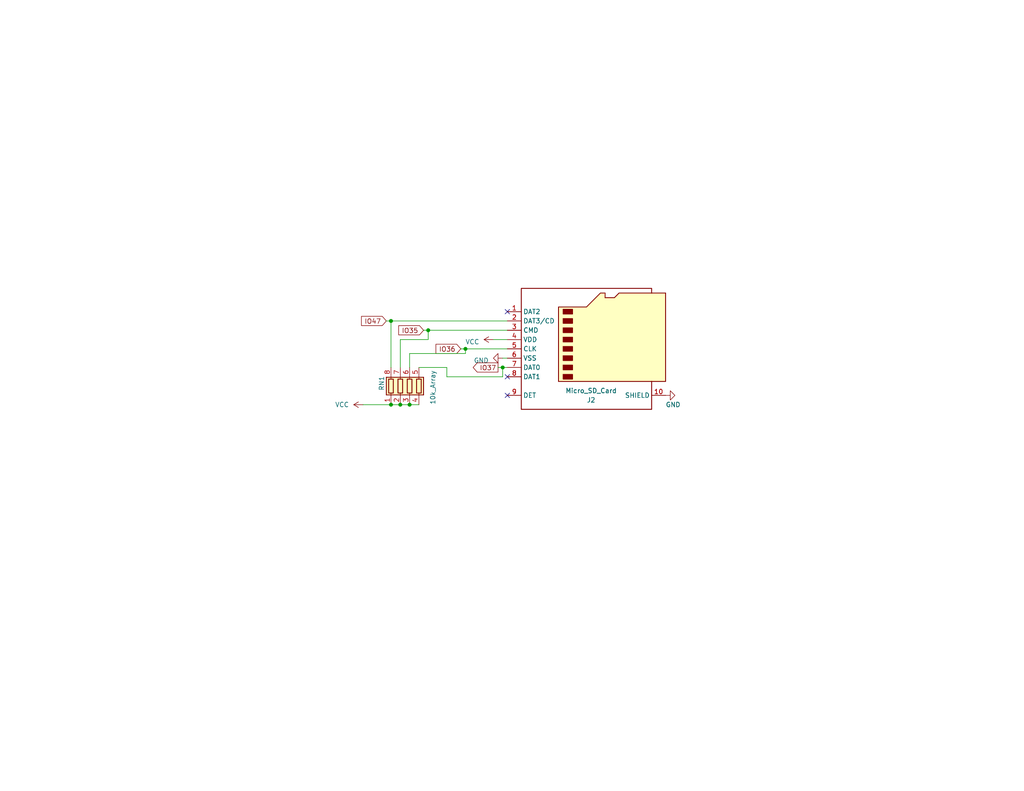
<source format=kicad_sch>
(kicad_sch (version 20250114) (generator "eeschema") (generator_version "9.0")
  (paper "USLetter")
  (title_block (title "CactusCon") (date "2024-11-23") (rev "v2.2") (company "BadgePirates") (comment 1 "SPI TFT w/Touch") (comment 2 "Lipo Charger / 14500 Battery x2 / Fuel Guage") (comment 3 "USB to Serial Connector / MicroSD / Buzzer") (comment 4 "ESP32-S3 WROOM (WIFI/BTLE) - N16"))
  (lib_symbols
    (symbol "Connector:Micro_SD_Card_Det1"
      (property "Reference" "J" (at -16.51 17.78 0))
      (property "Value" "Micro_SD_Card_Det1" (at 16.51 17.78 0))
      (symbol "Micro_SD_Card_Det1_0_1"
        (polyline (pts (xy -8.89 -8.89) (xy -8.89 11.43) (xy -1.27 11.43) (xy 2.54 15.24) (xy 3.81 15.24) (xy 3.81 13.97) (xy 6.35 13.97) (xy 7.62 15.24) (xy 20.32 15.24) (xy 20.32 -8.89) (xy -8.89 -8.89)) (stroke (width 0.254)) (fill (type background)))
        (rectangle (start -7.62 10.795) (end -5.08 9.525) (stroke (width 0.254)) (fill (type outline)))
        (rectangle (start -7.62 8.255) (end -5.08 6.985) (stroke (width 0.254)) (fill (type outline)))
        (rectangle (start -7.62 5.715) (end -5.08 4.445) (stroke (width 0.254)) (fill (type outline)))
        (rectangle (start -7.62 3.175) (end -5.08 1.905) (stroke (width 0.254)) (fill (type outline)))
        (rectangle (start -7.62 0.635) (end -5.08 -0.635) (stroke (width 0.254)) (fill (type outline)))
        (rectangle (start -7.62 -1.905) (end -5.08 -3.175) (stroke (width 0.254)) (fill (type outline)))
        (rectangle (start -7.62 -4.445) (end -5.08 -5.715) (stroke (width 0.254)) (fill (type outline)))
        (rectangle (start -7.62 -6.985) (end -5.08 -8.255) (stroke (width 0.254)) (fill (type outline)))
        (polyline (pts (xy 16.51 15.24) (xy 16.51 16.51) (xy -19.05 16.51) (xy -19.05 -16.51) (xy 16.51 -16.51) (xy 16.51 -8.89)) (stroke (width 0.254)))
      )
      (symbol "Micro_SD_Card_Det1_1_1"
        (pin bidirectional line (at -22.86 10.16 0) (length 3.81) (name "DAT2") (number "1"))
        (pin bidirectional line (at -22.86 7.62 0) (length 3.81) (name "DAT3/CD") (number "2"))
        (pin input line (at -22.86 5.08 0) (length 3.81) (name "CMD") (number "3"))
        (pin power_in line (at -22.86 2.54 0) (length 3.81) (name "VDD") (number "4"))
        (pin input line (at -22.86 0 0) (length 3.81) (name "CLK") (number "5"))
        (pin power_in line (at -22.86 -2.54 0) (length 3.81) (name "VSS") (number "6"))
        (pin bidirectional line (at -22.86 -5.08 0) (length 3.81) (name "DAT0") (number "7"))
        (pin bidirectional line (at -22.86 -7.62 0) (length 3.81) (name "DAT1") (number "8"))
        (pin passive line (at -22.86 -12.7 0) (length 3.81) (name "DET") (number "9"))
        (pin passive line (at 20.32 -12.7 180) (length 3.81) (name "SHIELD") (number "10"))
      )
    )
    (symbol "Device:R_Pack04" (pin_names (offset 0) (hide yes))
      (property "Reference" "RN" (at -7.62 0 90))
      (property "Value" "R_Pack04" (at 5.08 0 90))
      (symbol "R_Pack04_0_1"
        (rectangle (start -6.35 -2.413) (end 3.81 2.413) (stroke (width 0.254)) (fill (type background)))
        (rectangle (start -5.715 1.905) (end -4.445 -1.905) (stroke (width 0.254)))
        (polyline (pts (xy -5.08 1.905) (xy -5.08 2.54)))
        (polyline (pts (xy -5.08 -2.54) (xy -5.08 -1.905)))
        (rectangle (start -3.175 1.905) (end -1.905 -1.905) (stroke (width 0.254)))
        (polyline (pts (xy -2.54 1.905) (xy -2.54 2.54)))
        (polyline (pts (xy -2.54 -2.54) (xy -2.54 -1.905)))
        (rectangle (start -0.635 1.905) (end 0.635 -1.905) (stroke (width 0.254)))
        (polyline (pts (xy 0 1.905) (xy 0 2.54)))
        (polyline (pts (xy 0 -2.54) (xy 0 -1.905)))
        (rectangle (start 1.905 1.905) (end 3.175 -1.905) (stroke (width 0.254)))
        (polyline (pts (xy 2.54 1.905) (xy 2.54 2.54)))
        (polyline (pts (xy 2.54 -2.54) (xy 2.54 -1.905)))
      )
      (symbol "R_Pack04_1_1"
        (pin passive line (at -5.08 5.08 270) (length 2.54) (name "R1.2") (number "8"))
        (pin passive line (at -5.08 -5.08 90) (length 2.54) (name "R1.1") (number "1"))
        (pin passive line (at -2.54 5.08 270) (length 2.54) (name "R2.2") (number "7"))
        (pin passive line (at -2.54 -5.08 90) (length 2.54) (name "R2.1") (number "2"))
        (pin passive line (at 0 5.08 270) (length 2.54) (name "R3.2") (number "6"))
        (pin passive line (at 0 -5.08 90) (length 2.54) (name "R3.1") (number "3"))
        (pin passive line (at 2.54 5.08 270) (length 2.54) (name "R4.2") (number "5"))
        (pin passive line (at 2.54 -5.08 90) (length 2.54) (name "R4.1") (number "4"))
      )
    )
    (symbol "GND_3" (power) (pin_names (offset 0))
      (property "Value" "GND_3" (at 0 -3.81 0))
      (symbol "GND_3_0_1"
        (polyline (pts (xy 0 0) (xy 0 -1.27) (xy 1.27 -1.27) (xy 0 -2.54) (xy -1.27 -1.27) (xy 0 -1.27)))
      )
      (symbol "GND_3_1_1"
        (pin power_in line (at 0 0 270) (length 0) (hide yes) (name "GND") (number "1"))
      )
    )
    (symbol "VCC_1" (power) (pin_names (offset 0))
      (property "Value" "VCC_1" (at 0 3.81 0))
      (symbol "VCC_1_0_1"
        (polyline (pts (xy -0.762 1.27) (xy 0 2.54)))
        (polyline (pts (xy 0 2.54) (xy 0.762 1.27)))
        (polyline (pts (xy 0 0) (xy 0 2.54)))
      )
      (symbol "VCC_1_1_1"
        (pin power_in line (at 0 0 90) (length 0) (hide yes) (name "VCC") (number "1"))
      )
    )
    (symbol "power:GND" (power) (pin_names (offset 0))
      (property "Value" "GND" (at 0 -3.81 0))
      (symbol "GND_0_1"
        (polyline (pts (xy 0 0) (xy 0 -1.27) (xy 1.27 -1.27) (xy 0 -2.54) (xy -1.27 -1.27) (xy 0 -1.27)))
      )
      (symbol "GND_1_1"
        (pin power_in line (at 0 0 270) (length 0) (hide yes) (name "GND") (number "1"))
      )
    )
    (symbol "power:VCC" (power) (pin_names (offset 0))
      (property "Value" "VCC" (at 0 3.81 0))
      (symbol "VCC_0_1"
        (polyline (pts (xy -0.762 1.27) (xy 0 2.54)))
        (polyline (pts (xy 0 2.54) (xy 0.762 1.27)))
        (polyline (pts (xy 0 0) (xy 0 2.54)))
      )
      (symbol "VCC_1_1"
        (pin power_in line (at 0 0 90) (length 0) (hide yes) (name "VCC") (number "1"))
      )
    )
  )
  (junction (at 116.84 90.17))
  (junction (at 106.68 87.63))
  (junction (at 109.22 110.49))
  (junction (at 127 95.25))
  (junction (at 137.16 100.33))
  (junction (at 111.76 110.49))
  (junction (at 106.68 110.49))
  (no_connect (at 138.43 107.95))
  (no_connect (at 138.43 85.09))
  (no_connect (at 138.43 102.87))
  (wire (pts (xy 137.16 100.33) (xy 138.43 100.33)))
  (wire (pts (xy 137.16 100.33) (xy 137.16 102.87)))
  (wire (pts (xy 106.68 110.49) (xy 109.22 110.49)))
  (wire (pts (xy 134.62 92.71) (xy 138.43 92.71)))
  (wire (pts (xy 116.84 90.17) (xy 116.84 92.71)))
  (wire (pts (xy 135.89 100.33) (xy 137.16 100.33)))
  (wire (pts (xy 111.76 96.52) (xy 111.76 100.33)))
  (wire (pts (xy 109.22 110.49) (xy 111.76 110.49)))
  (wire (pts (xy 116.84 90.17) (xy 138.43 90.17)))
  (wire (pts (xy 116.84 92.71) (xy 109.22 92.71)))
  (wire (pts (xy 121.92 100.33) (xy 114.3 100.33)))
  (wire (pts (xy 125.73 95.25) (xy 127 95.25)))
  (wire (pts (xy 137.16 97.79) (xy 138.43 97.79)))
  (wire (pts (xy 106.68 87.63) (xy 106.68 100.33)))
  (wire (pts (xy 137.16 102.87) (xy 121.92 102.87)))
  (wire (pts (xy 106.68 87.63) (xy 138.43 87.63)))
  (wire (pts (xy 111.76 110.49) (xy 114.3 110.49)))
  (wire (pts (xy 109.22 92.71) (xy 109.22 100.33)))
  (wire (pts (xy 127 95.25) (xy 127 96.52)))
  (wire (pts (xy 127 96.52) (xy 111.76 96.52)))
  (wire (pts (xy 115.57 90.17) (xy 116.84 90.17)))
  (wire (pts (xy 121.92 102.87) (xy 121.92 100.33)))
  (wire (pts (xy 106.68 87.63) (xy 105.41 87.63)))
  (wire (pts (xy 99.06 110.49) (xy 106.68 110.49)))
  (wire (pts (xy 127 95.25) (xy 138.43 95.25)))
  (global_label "IO36" (shape input) (at 125.73 95.25 180) (property "Intersheetrefs" "${INTERSHEET_REFS}" (effects (hide yes))))
  (global_label "IO35" (shape input) (at 115.57 90.17 180) (property "Intersheetrefs" "${INTERSHEET_REFS}" (effects (hide yes))))
  (global_label "IO47" (shape input) (at 105.41 87.63 180) (property "Intersheetrefs" "${INTERSHEET_REFS}" (effects (hide yes))))
  (global_label "IO37" (shape output) (at 135.89 100.33 180) (property "Intersheetrefs" "${INTERSHEET_REFS}" (effects (hide yes))))
  (symbol (lib_id "power:GND") (at 181.61 107.95 90) (unit 1)
    (property "Reference" "#PWR052" (effects (hide yes)))
    (property "Value" "GND" (at 181.61 110.49 90) (effects (justify right)))
  )
  (symbol (lib_name "GND_3") (lib_id "power:GND") (at 137.16 97.79 270) (unit 1)
    (property "Reference" "#PWR051" (effects (hide yes)))
    (property "Value" "GND" (at 133.35 98.425 90) (effects (justify right)))
  )
  (symbol (lib_id "Device:R_Pack04") (at 111.76 105.41 0) (unit 1)
    (property "Reference" "RN1" (at 104.14 106.68 90) (effects (justify left)))
    (property "Value" "10k_Array" (at 118.11 110.49 90) (effects (justify left)))
    (property "Footprint" "BadgePirates:R_Array_Convex_4x0603" (effects (hide yes)))
    (property "Datasheet" "https://datasheet.lcsc.com/lcsc/1811091020_YAGEO-YC164-FR-0710KL_C110924.pdf" (effects (hide yes)))
    (property "MFG" "YAGEO" (effects (hide yes)))
    (property "MFG_PN" "YC164-RR-0710KL" (effects (hide yes)))
    (property "Vendor1" "LCSC" (effects (hide yes)))
    (property "Vendor1_PN" "C110924" (effects (hide yes)))
    (property "Vendor1_URL" "https://www.lcsc.com/product-detail/Resistor-Networks-Arrays_YAGEO-YC164-FR-0710KL_C110924.html" (effects (hide yes)))
  )
  (symbol (lib_id "power:VCC") (at 99.06 110.49 90) (unit 1)
    (property "Reference" "#PWR022" (effects (hide yes)))
    (property "Value" "VCC" (at 95.25 110.4899 90) (effects (justify left)))
  )
  (symbol (lib_id "Connector:Micro_SD_Card_Det1") (at 161.29 95.25 0) (unit 1)
    (property "Reference" "J2" (at 161.29 109.22 0))
    (property "Value" "Micro_SD_Card" (at 161.29 106.68 0))
    (property "Footprint" "BadgePirates:TF_PUSH" (effects (hide yes)))
    (property "Datasheet" "https://datasheet.lcsc.com/lcsc/2110151630_XKB-Connectivity-XKTF-015-N_C381082.pdf" (effects (hide yes)))
    (property "MFG" "SHOU HAN" (effects (hide yes)))
    (property "MFG_PN" "TF PUSH" (effects (hide yes)))
    (property "Vendor1" "LCSC" (effects (hide yes)))
    (property "Vendor1_PN" "C393941" (effects (hide yes)))
    (property "Vendor1_UPN" "https://www.lcsc.com/product-detail/SD-Card-Connectors_SHOU-HAN-TF-PUSH_C393941.html" (effects (hide yes)))
  )
  (symbol (lib_name "VCC_1") (lib_id "power:VCC") (at 134.62 92.71 90) (unit 1)
    (property "Reference" "#PWR049" (effects (hide yes)))
    (property "Value" "VCC" (at 130.81 93.345 90) (effects (justify left)))
  )
)
</source>
